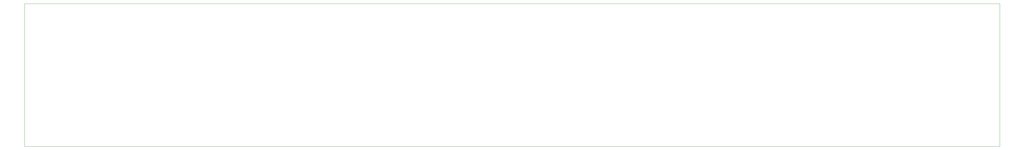
<source format=gbr>
%TF.GenerationSoftware,KiCad,Pcbnew,(5.1.9)-1*%
%TF.CreationDate,2021-03-23T10:31:46+01:00*%
%TF.ProjectId,pcb rev1,70636220-7265-4763-912e-6b696361645f,rev?*%
%TF.SameCoordinates,Original*%
%TF.FileFunction,Profile,NP*%
%FSLAX46Y46*%
G04 Gerber Fmt 4.6, Leading zero omitted, Abs format (unit mm)*
G04 Created by KiCad (PCBNEW (5.1.9)-1) date 2021-03-23 10:31:46*
%MOMM*%
%LPD*%
G01*
G04 APERTURE LIST*
%TA.AperFunction,Profile*%
%ADD10C,0.050000*%
%TD*%
G04 APERTURE END LIST*
D10*
X386080000Y-152781000D02*
X386080000Y-103251000D01*
X49530000Y-152781000D02*
X49530000Y-103251000D01*
X49530000Y-152781000D02*
X386080000Y-152781000D01*
X386080000Y-103251000D02*
X49530000Y-103251000D01*
M02*

</source>
